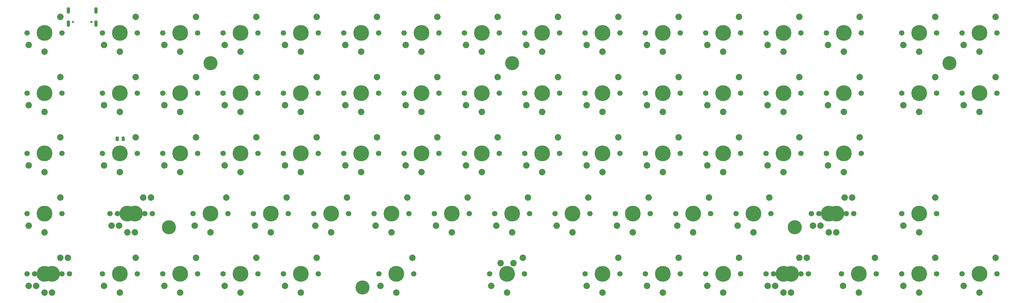
<source format=gts>
G04 #@! TF.GenerationSoftware,KiCad,Pcbnew,(5.1.8)-1*
G04 #@! TF.CreationDate,2021-02-07T11:47:01-08:00*
G04 #@! TF.ProjectId,Spritzgeback,53707269-747a-4676-9562-61636b2e6b69,rev?*
G04 #@! TF.SameCoordinates,Original*
G04 #@! TF.FileFunction,Soldermask,Top*
G04 #@! TF.FilePolarity,Negative*
%FSLAX46Y46*%
G04 Gerber Fmt 4.6, Leading zero omitted, Abs format (unit mm)*
G04 Created by KiCad (PCBNEW (5.1.8)-1) date 2021-02-07 11:47:01*
%MOMM*%
%LPD*%
G01*
G04 APERTURE LIST*
%ADD10C,4.462400*%
%ADD11C,2.032000*%
%ADD12C,5.000000*%
%ADD13C,1.701800*%
%ADD14C,0.700000*%
%ADD15O,1.050000X2.100000*%
G04 APERTURE END LIST*
D10*
X236925000Y-61450000D03*
X39300000Y-61450000D03*
X100400000Y-80500000D03*
X285750000Y-9525000D03*
X147637500Y-9525000D03*
X52387500Y-9525000D03*
D11*
X255031250Y-52000000D03*
X250031250Y-63050000D03*
X245031250Y-60950000D03*
D12*
X250031250Y-57150000D03*
D13*
X255531250Y-57150000D03*
X244531250Y-57150000D03*
D11*
X31193750Y-52000000D03*
X26193750Y-63050000D03*
X21193750Y-60950000D03*
D12*
X26193750Y-57150000D03*
D13*
X31693750Y-57150000D03*
X20693750Y-57150000D03*
D11*
X7381250Y-71050000D03*
X2381250Y-82100000D03*
X-2618750Y-80000000D03*
D12*
X2381250Y-76200000D03*
D13*
X7881250Y-76200000D03*
X-3118750Y-76200000D03*
D11*
X240743750Y-71050000D03*
X235743750Y-82100000D03*
X230743750Y-80000000D03*
D12*
X235743750Y-76200000D03*
D13*
X241243750Y-76200000D03*
X230243750Y-76200000D03*
D11*
X148050000Y-72800000D03*
X144050000Y-72800000D03*
G36*
G01*
X25325000Y-32993750D02*
X25325000Y-33906250D01*
G75*
G02*
X25081250Y-34150000I-243750J0D01*
G01*
X24593750Y-34150000D01*
G75*
G02*
X24350000Y-33906250I0J243750D01*
G01*
X24350000Y-32993750D01*
G75*
G02*
X24593750Y-32750000I243750J0D01*
G01*
X25081250Y-32750000D01*
G75*
G02*
X25325000Y-32993750I0J-243750D01*
G01*
G37*
G36*
G01*
X23450000Y-32993750D02*
X23450000Y-33906250D01*
G75*
G02*
X23206250Y-34150000I-243750J0D01*
G01*
X22718750Y-34150000D01*
G75*
G02*
X22475000Y-33906250I0J243750D01*
G01*
X22475000Y-32993750D01*
G75*
G02*
X22718750Y-32750000I243750J0D01*
G01*
X23206250Y-32750000D01*
G75*
G02*
X23450000Y-32993750I0J-243750D01*
G01*
G37*
D14*
X14790000Y3500000D03*
X9010000Y3500000D03*
D15*
X16220000Y7150000D03*
X7580000Y7150000D03*
X16220000Y2970000D03*
X7580000Y2970000D03*
D11*
X5000000Y5150000D03*
X0Y-5900000D03*
X-5000000Y-3800000D03*
D12*
X0Y0D03*
D13*
X5500000Y0D03*
X-5500000Y0D03*
X18312500Y0D03*
X29312500Y0D03*
D12*
X23812500Y0D03*
D11*
X18812500Y-3800000D03*
X23812500Y-5900000D03*
X28812500Y5150000D03*
X47862500Y5150000D03*
X42862500Y-5900000D03*
X37862500Y-3800000D03*
D12*
X42862500Y0D03*
D13*
X48362500Y0D03*
X37362500Y0D03*
X56412500Y0D03*
X67412500Y0D03*
D12*
X61912500Y0D03*
D11*
X56912500Y-3800000D03*
X61912500Y-5900000D03*
X66912500Y5150000D03*
X85962500Y5150000D03*
X80962500Y-5900000D03*
X75962500Y-3800000D03*
D12*
X80962500Y0D03*
D13*
X86462500Y0D03*
X75462500Y0D03*
D11*
X105012500Y5150000D03*
X100012500Y-5900000D03*
X95012500Y-3800000D03*
D12*
X100012500Y0D03*
D13*
X105512500Y0D03*
X94512500Y0D03*
D11*
X124062500Y5150000D03*
X119062500Y-5900000D03*
X114062500Y-3800000D03*
D12*
X119062500Y0D03*
D13*
X124562500Y0D03*
X113562500Y0D03*
X132612500Y0D03*
X143612500Y0D03*
D12*
X138112500Y0D03*
D11*
X133112500Y-3800000D03*
X138112500Y-5900000D03*
X143112500Y5150000D03*
X162162500Y5150000D03*
X157162500Y-5900000D03*
X152162500Y-3800000D03*
D12*
X157162500Y0D03*
D13*
X162662500Y0D03*
X151662500Y0D03*
X170712500Y0D03*
X181712500Y0D03*
D12*
X176212500Y0D03*
D11*
X171212500Y-3800000D03*
X176212500Y-5900000D03*
X181212500Y5150000D03*
X200262500Y5150000D03*
X195262500Y-5900000D03*
X190262500Y-3800000D03*
D12*
X195262500Y0D03*
D13*
X200762500Y0D03*
X189762500Y0D03*
D11*
X219312500Y5150000D03*
X214312500Y-5900000D03*
X209312500Y-3800000D03*
D12*
X214312500Y0D03*
D13*
X219812500Y0D03*
X208812500Y0D03*
X227862500Y0D03*
X238862500Y0D03*
D12*
X233362500Y0D03*
D11*
X228362500Y-3800000D03*
X233362500Y-5900000D03*
X238362500Y5150000D03*
X257412500Y5150000D03*
X252412500Y-5900000D03*
X247412500Y-3800000D03*
D12*
X252412500Y0D03*
D13*
X257912500Y0D03*
X246912500Y0D03*
X289775000Y0D03*
X300775000Y0D03*
D12*
X295275000Y0D03*
D11*
X290275000Y-3800000D03*
X295275000Y-5900000D03*
X300275000Y5150000D03*
X5000000Y-13900000D03*
X0Y-24950000D03*
X-5000000Y-22850000D03*
D12*
X0Y-19050000D03*
D13*
X5500000Y-19050000D03*
X-5500000Y-19050000D03*
X18312500Y-19050000D03*
X29312500Y-19050000D03*
D12*
X23812500Y-19050000D03*
D11*
X18812500Y-22850000D03*
X23812500Y-24950000D03*
X28812500Y-13900000D03*
X47862500Y-13900000D03*
X42862500Y-24950000D03*
X37862500Y-22850000D03*
D12*
X42862500Y-19050000D03*
D13*
X48362500Y-19050000D03*
X37362500Y-19050000D03*
X56412500Y-19050000D03*
X67412500Y-19050000D03*
D12*
X61912500Y-19050000D03*
D11*
X56912500Y-22850000D03*
X61912500Y-24950000D03*
X66912500Y-13900000D03*
D13*
X75462500Y-19050000D03*
X86462500Y-19050000D03*
D12*
X80962500Y-19050000D03*
D11*
X75962500Y-22850000D03*
X80962500Y-24950000D03*
X85962500Y-13900000D03*
D13*
X94512500Y-19050000D03*
X105512500Y-19050000D03*
D12*
X100012500Y-19050000D03*
D11*
X95012500Y-22850000D03*
X100012500Y-24950000D03*
X105012500Y-13900000D03*
X124062500Y-13900000D03*
X119062500Y-24950000D03*
X114062500Y-22850000D03*
D12*
X119062500Y-19050000D03*
D13*
X124562500Y-19050000D03*
X113562500Y-19050000D03*
X132612500Y-19050000D03*
X143612500Y-19050000D03*
D12*
X138112500Y-19050000D03*
D11*
X133112500Y-22850000D03*
X138112500Y-24950000D03*
X143112500Y-13900000D03*
X162162500Y-13900000D03*
X157162500Y-24950000D03*
X152162500Y-22850000D03*
D12*
X157162500Y-19050000D03*
D13*
X162662500Y-19050000D03*
X151662500Y-19050000D03*
X170712500Y-19050000D03*
X181712500Y-19050000D03*
D12*
X176212500Y-19050000D03*
D11*
X171212500Y-22850000D03*
X176212500Y-24950000D03*
X181212500Y-13900000D03*
X200262500Y-13900000D03*
X195262500Y-24950000D03*
X190262500Y-22850000D03*
D12*
X195262500Y-19050000D03*
D13*
X200762500Y-19050000D03*
X189762500Y-19050000D03*
X208812500Y-19050000D03*
X219812500Y-19050000D03*
D12*
X214312500Y-19050000D03*
D11*
X209312500Y-22850000D03*
X214312500Y-24950000D03*
X219312500Y-13900000D03*
X238362500Y-13900000D03*
X233362500Y-24950000D03*
X228362500Y-22850000D03*
D12*
X233362500Y-19050000D03*
D13*
X238862500Y-19050000D03*
X227862500Y-19050000D03*
X246912500Y-19050000D03*
X257912500Y-19050000D03*
D12*
X252412500Y-19050000D03*
D11*
X247412500Y-22850000D03*
X252412500Y-24950000D03*
X257412500Y-13900000D03*
X281225000Y5150000D03*
X276225000Y-5900000D03*
X271225000Y-3800000D03*
D12*
X276225000Y0D03*
D13*
X281725000Y0D03*
X270725000Y0D03*
X-5500000Y-38100000D03*
X5500000Y-38100000D03*
D12*
X0Y-38100000D03*
D11*
X-5000000Y-41900000D03*
X0Y-44000000D03*
X5000000Y-32950000D03*
D13*
X18312500Y-38100000D03*
X29312500Y-38100000D03*
D12*
X23812500Y-38100000D03*
D11*
X18812500Y-41900000D03*
X23812500Y-44000000D03*
X28812500Y-32950000D03*
X47862500Y-32950000D03*
X42862500Y-44000000D03*
X37862500Y-41900000D03*
D12*
X42862500Y-38100000D03*
D13*
X48362500Y-38100000D03*
X37362500Y-38100000D03*
D11*
X66912500Y-32950000D03*
X61912500Y-44000000D03*
X56912500Y-41900000D03*
D12*
X61912500Y-38100000D03*
D13*
X67412500Y-38100000D03*
X56412500Y-38100000D03*
D11*
X85962500Y-32950000D03*
X80962500Y-44000000D03*
X75962500Y-41900000D03*
D12*
X80962500Y-38100000D03*
D13*
X86462500Y-38100000D03*
X75462500Y-38100000D03*
X94512500Y-38100000D03*
X105512500Y-38100000D03*
D12*
X100012500Y-38100000D03*
D11*
X95012500Y-41900000D03*
X100012500Y-44000000D03*
X105012500Y-32950000D03*
X124062500Y-32950000D03*
X119062500Y-44000000D03*
X114062500Y-41900000D03*
D12*
X119062500Y-38100000D03*
D13*
X124562500Y-38100000D03*
X113562500Y-38100000D03*
X132612500Y-38100000D03*
X143612500Y-38100000D03*
D12*
X138112500Y-38100000D03*
D11*
X133112500Y-41900000D03*
X138112500Y-44000000D03*
X143112500Y-32950000D03*
X162162500Y-32950000D03*
X157162500Y-44000000D03*
X152162500Y-41900000D03*
D12*
X157162500Y-38100000D03*
D13*
X162662500Y-38100000D03*
X151662500Y-38100000D03*
X170712500Y-38100000D03*
X181712500Y-38100000D03*
D12*
X176212500Y-38100000D03*
D11*
X171212500Y-41900000D03*
X176212500Y-44000000D03*
X181212500Y-32950000D03*
D13*
X189762500Y-38100000D03*
X200762500Y-38100000D03*
D12*
X195262500Y-38100000D03*
D11*
X190262500Y-41900000D03*
X195262500Y-44000000D03*
X200262500Y-32950000D03*
X219312500Y-32950000D03*
X214312500Y-44000000D03*
X209312500Y-41900000D03*
D12*
X214312500Y-38100000D03*
D13*
X219812500Y-38100000D03*
X208812500Y-38100000D03*
D11*
X238362500Y-32950000D03*
X233362500Y-44000000D03*
X228362500Y-41900000D03*
D12*
X233362500Y-38100000D03*
D13*
X238862500Y-38100000D03*
X227862500Y-38100000D03*
X246912500Y-38100000D03*
X257912500Y-38100000D03*
D12*
X252412500Y-38100000D03*
D11*
X247412500Y-41900000D03*
X252412500Y-44000000D03*
X257412500Y-32950000D03*
X281225000Y-13900000D03*
X276225000Y-24950000D03*
X271225000Y-22850000D03*
D12*
X276225000Y-19050000D03*
D13*
X281725000Y-19050000D03*
X270725000Y-19050000D03*
X-5500000Y-57150000D03*
X5500000Y-57150000D03*
D12*
X0Y-57150000D03*
D11*
X-5000000Y-60950000D03*
X0Y-63050000D03*
X5000000Y-52000000D03*
X33575000Y-52000000D03*
X28575000Y-63050000D03*
X23575000Y-60950000D03*
D12*
X28575000Y-57150000D03*
D13*
X34075000Y-57150000D03*
X23075000Y-57150000D03*
D11*
X57387500Y-52000000D03*
X52387500Y-63050000D03*
X47387500Y-60950000D03*
D12*
X52387500Y-57150000D03*
D13*
X57887500Y-57150000D03*
X46887500Y-57150000D03*
D11*
X76437500Y-52000000D03*
X71437500Y-63050000D03*
X66437500Y-60950000D03*
D12*
X71437500Y-57150000D03*
D13*
X76937500Y-57150000D03*
X65937500Y-57150000D03*
X84987500Y-57150000D03*
X95987500Y-57150000D03*
D12*
X90487500Y-57150000D03*
D11*
X85487500Y-60950000D03*
X90487500Y-63050000D03*
X95487500Y-52000000D03*
X114537500Y-52000000D03*
X109537500Y-63050000D03*
X104537500Y-60950000D03*
D12*
X109537500Y-57150000D03*
D13*
X115037500Y-57150000D03*
X104037500Y-57150000D03*
D11*
X133587500Y-52000000D03*
X128587500Y-63050000D03*
X123587500Y-60950000D03*
D12*
X128587500Y-57150000D03*
D13*
X134087500Y-57150000D03*
X123087500Y-57150000D03*
X142137500Y-57150000D03*
X153137500Y-57150000D03*
D12*
X147637500Y-57150000D03*
D11*
X142637500Y-60950000D03*
X147637500Y-63050000D03*
X152637500Y-52000000D03*
D13*
X161187500Y-57150000D03*
X172187500Y-57150000D03*
D12*
X166687500Y-57150000D03*
D11*
X161687500Y-60950000D03*
X166687500Y-63050000D03*
X171687500Y-52000000D03*
D13*
X180237500Y-57150000D03*
X191237500Y-57150000D03*
D12*
X185737500Y-57150000D03*
D11*
X180737500Y-60950000D03*
X185737500Y-63050000D03*
X190737500Y-52000000D03*
X209787500Y-52000000D03*
X204787500Y-63050000D03*
X199787500Y-60950000D03*
D12*
X204787500Y-57150000D03*
D13*
X210287500Y-57150000D03*
X199287500Y-57150000D03*
X218337500Y-57150000D03*
X229337500Y-57150000D03*
D12*
X223837500Y-57150000D03*
D11*
X218837500Y-60950000D03*
X223837500Y-63050000D03*
X228837500Y-52000000D03*
D13*
X242150000Y-57150000D03*
X253150000Y-57150000D03*
D12*
X247650000Y-57150000D03*
D11*
X242650000Y-60950000D03*
X247650000Y-63050000D03*
X252650000Y-52000000D03*
D13*
X270725000Y-57150000D03*
X281725000Y-57150000D03*
D12*
X276225000Y-57150000D03*
D11*
X271225000Y-60950000D03*
X276225000Y-63050000D03*
X281225000Y-52000000D03*
D13*
X289775000Y-19050000D03*
X300775000Y-19050000D03*
D12*
X295275000Y-19050000D03*
D11*
X290275000Y-22850000D03*
X295275000Y-24950000D03*
X300275000Y-13900000D03*
D13*
X-5500000Y-76200000D03*
X5500000Y-76200000D03*
D12*
X0Y-76200000D03*
D11*
X-5000000Y-80000000D03*
X0Y-82100000D03*
X5000000Y-71050000D03*
X28812500Y-71050000D03*
X23812500Y-82100000D03*
X18812500Y-80000000D03*
D12*
X23812500Y-76200000D03*
D13*
X29312500Y-76200000D03*
X18312500Y-76200000D03*
X37362500Y-76200000D03*
X48362500Y-76200000D03*
D12*
X42862500Y-76200000D03*
D11*
X37862500Y-80000000D03*
X42862500Y-82100000D03*
X47862500Y-71050000D03*
X66912500Y-71050000D03*
X61912500Y-82100000D03*
X56912500Y-80000000D03*
D12*
X61912500Y-76200000D03*
D13*
X67412500Y-76200000D03*
X56412500Y-76200000D03*
D11*
X85962500Y-71050000D03*
X80962500Y-82100000D03*
X75962500Y-80000000D03*
D12*
X80962500Y-76200000D03*
D13*
X86462500Y-76200000D03*
X75462500Y-76200000D03*
D11*
X116125000Y-71050000D03*
X111125000Y-82100000D03*
X106125000Y-80000000D03*
D12*
X111125000Y-76200000D03*
D13*
X116625000Y-76200000D03*
X105625000Y-76200000D03*
X140550000Y-76200000D03*
X151550000Y-76200000D03*
D12*
X146050000Y-76200000D03*
D11*
X141050000Y-80000000D03*
X146050000Y-82100000D03*
X151050000Y-71050000D03*
D13*
X170712500Y-76200000D03*
X181712500Y-76200000D03*
D12*
X176212500Y-76200000D03*
D11*
X171212500Y-80000000D03*
X176212500Y-82100000D03*
X181212500Y-71050000D03*
D13*
X189762500Y-76200000D03*
X200762500Y-76200000D03*
D12*
X195262500Y-76200000D03*
D11*
X190262500Y-80000000D03*
X195262500Y-82100000D03*
X200262500Y-71050000D03*
X219312500Y-71050000D03*
X214312500Y-82100000D03*
X209312500Y-80000000D03*
D12*
X214312500Y-76200000D03*
D13*
X219812500Y-76200000D03*
X208812500Y-76200000D03*
X227862500Y-76200000D03*
X238862500Y-76200000D03*
D12*
X233362500Y-76200000D03*
D11*
X228362500Y-80000000D03*
X233362500Y-82100000D03*
X238362500Y-71050000D03*
X262175000Y-71050000D03*
X257175000Y-82100000D03*
X252175000Y-80000000D03*
D12*
X257175000Y-76200000D03*
D13*
X262675000Y-76200000D03*
X251675000Y-76200000D03*
X270725000Y-76200000D03*
X281725000Y-76200000D03*
D12*
X276225000Y-76200000D03*
D11*
X271225000Y-80000000D03*
X276225000Y-82100000D03*
X281225000Y-71050000D03*
X300275000Y-71050000D03*
X295275000Y-82100000D03*
X290275000Y-80000000D03*
D12*
X295275000Y-76200000D03*
D13*
X300775000Y-76200000D03*
X289775000Y-76200000D03*
M02*

</source>
